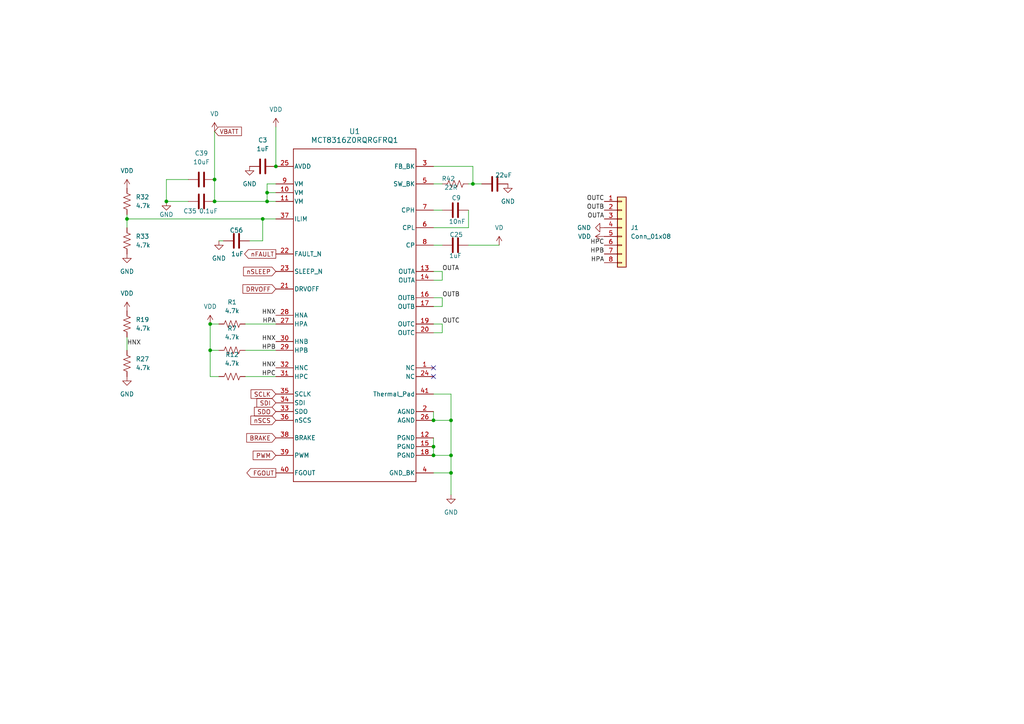
<source format=kicad_sch>
(kicad_sch (version 20231120) (generator "eeschema") (generator_version "8.0")
  (paper "A4")
  (lib_symbols
    (symbol "Connector_Generic:Conn_01x08" (pin_names (offset 1.016) hide)
      (property "Reference" "J" (at 0 10.16 0))
      (property "Value" "Conn_01x08" (at 0 -12.7 0))
      (symbol "Conn_01x08_1_1"
        (rectangle (start -1.27 -10.033) (end 0 -10.287) (stroke (width 0.1524)))
        (rectangle (start -1.27 -7.493) (end 0 -7.747) (stroke (width 0.1524)))
        (rectangle (start -1.27 -4.953) (end 0 -5.207) (stroke (width 0.1524)))
        (rectangle (start -1.27 -2.413) (end 0 -2.667) (stroke (width 0.1524)))
        (rectangle (start -1.27 0.127) (end 0 -0.127) (stroke (width 0.1524)))
        (rectangle (start -1.27 2.667) (end 0 2.413) (stroke (width 0.1524)))
        (rectangle (start -1.27 5.207) (end 0 4.953) (stroke (width 0.1524)))
        (rectangle (start -1.27 7.747) (end 0 7.493) (stroke (width 0.1524)))
        (rectangle (start -1.27 8.89) (end 1.27 -11.43) (stroke (width 0.254)) (fill (type background)))
        (pin passive line (at -5.08 7.62 0) (length 3.81) (name "Pin_1") (number "1"))
        (pin passive line (at -5.08 5.08 0) (length 3.81) (name "Pin_2") (number "2"))
        (pin passive line (at -5.08 2.54 0) (length 3.81) (name "Pin_3") (number "3"))
        (pin passive line (at -5.08 0 0) (length 3.81) (name "Pin_4") (number "4"))
        (pin passive line (at -5.08 -2.54 0) (length 3.81) (name "Pin_5") (number "5"))
        (pin passive line (at -5.08 -5.08 0) (length 3.81) (name "Pin_6") (number "6"))
        (pin passive line (at -5.08 -7.62 0) (length 3.81) (name "Pin_7") (number "7"))
        (pin passive line (at -5.08 -10.16 0) (length 3.81) (name "Pin_8") (number "8"))
      )
    )
    (symbol "Device:C" (pin_numbers hide) (pin_names (offset 0.254))
      (property "Reference" "C" (at 0.635 2.54 0))
      (property "Value" "C" (at 0.635 -2.54 0))
      (symbol "C_0_1"
        (polyline (pts (xy -2.032 -0.762) (xy 2.032 -0.762)) (stroke (width 0.508)))
        (polyline (pts (xy -2.032 0.762) (xy 2.032 0.762)) (stroke (width 0.508)))
      )
      (symbol "C_1_1"
        (pin passive line (at 0 3.81 270) (length 2.794) (name "~") (number "1"))
        (pin passive line (at 0 -3.81 90) (length 2.794) (name "~") (number "2"))
      )
    )
    (symbol "Device:R_US" (pin_numbers hide) (pin_names (offset 0))
      (property "Reference" "R" (at 2.54 0 90))
      (property "Value" "R_US" (at -2.54 0 90))
      (symbol "R_US_0_1"
        (polyline (pts (xy 0 -2.286) (xy 0 -2.54)))
        (polyline (pts (xy 0 2.286) (xy 0 2.54)))
        (polyline (pts (xy 0 -0.762) (xy 1.016 -1.143) (xy 0 -1.524) (xy -1.016 -1.905) (xy 0 -2.286)))
        (polyline (pts (xy 0 0.762) (xy 1.016 0.381) (xy 0 0) (xy -1.016 -0.381) (xy 0 -0.762)))
        (polyline (pts (xy 0 2.286) (xy 1.016 1.905) (xy 0 1.524) (xy -1.016 1.143) (xy 0 0.762)))
      )
      (symbol "R_US_1_1"
        (pin passive line (at 0 3.81 270) (length 1.27) (name "~") (number "1"))
        (pin passive line (at 0 -3.81 90) (length 1.27) (name "~") (number "2"))
      )
    )
    (symbol "adcs:MCT8316Z0RQRGFRQ1" (pin_names (offset 0.254))
      (property "Reference" "U" (at 0 2.54 0))
      (property "Value" "MCT8316Z0RQRGFRQ1" (at 0 0 0))
      (symbol "MCT8316Z0RQRGFRQ1_0_1"
        (polyline (pts (xy 5.08 -91.44) (xy 40.64 -91.44)) (stroke (width 0.2032)))
        (polyline (pts (xy 5.08 5.08) (xy 5.08 -91.44)) (stroke (width 0.2032)))
        (polyline (pts (xy 40.64 -91.44) (xy 40.64 5.08)) (stroke (width 0.2032)))
        (polyline (pts (xy 40.64 5.08) (xy 5.08 5.08)) (stroke (width 0.2032)))
        (pin unspecified line (at 45.72 -58.42 180) (length 5.08) (name "NC") (number "1"))
        (pin power_in line (at 0 -7.62 0) (length 5.08) (name "VM") (number "10"))
        (pin power_in line (at 0 -10.16 0) (length 5.08) (name "VM") (number "11"))
        (pin power_in line (at 45.72 -78.74 180) (length 5.08) (name "PGND") (number "12"))
        (pin output line (at 45.72 -30.48 180) (length 5.08) (name "OUTA") (number "13"))
        (pin output line (at 45.72 -33.02 180) (length 5.08) (name "OUTA") (number "14"))
        (pin power_in line (at 45.72 -81.28 180) (length 5.08) (name "PGND") (number "15"))
        (pin output line (at 45.72 -38.1 180) (length 5.08) (name "OUTB") (number "16"))
        (pin output line (at 45.72 -40.64 180) (length 5.08) (name "OUTB") (number "17"))
        (pin power_in line (at 45.72 -83.82 180) (length 5.08) (name "PGND") (number "18"))
        (pin output line (at 45.72 -45.72 180) (length 5.08) (name "OUTC") (number "19"))
        (pin power_in line (at 45.72 -71.12 180) (length 5.08) (name "AGND") (number "2"))
        (pin output line (at 45.72 -48.26 180) (length 5.08) (name "OUTC") (number "20"))
        (pin input line (at 0 -35.56 0) (length 5.08) (name "DRVOFF") (number "21"))
        (pin output line (at 0 -25.4 0) (length 5.08) (name "FAULT_N") (number "22"))
        (pin input line (at 0 -30.48 0) (length 5.08) (name "SLEEP_N") (number "23"))
        (pin power_in line (at 0 0 0) (length 5.08) (name "AVDD") (number "25"))
        (pin power_in line (at 45.72 -73.66 180) (length 5.08) (name "AGND") (number "26"))
        (pin input line (at 0 -45.72 0) (length 5.08) (name "HPA") (number "27"))
        (pin input line (at 0 -43.18 0) (length 5.08) (name "HNA") (number "28"))
        (pin input line (at 0 -53.34 0) (length 5.08) (name "HPB") (number "29"))
        (pin power_in line (at 45.72 0 180) (length 5.08) (name "FB_BK") (number "3"))
        (pin input line (at 0 -50.8 0) (length 5.08) (name "HNB") (number "30"))
        (pin input line (at 0 -60.96 0) (length 5.08) (name "HPC") (number "31"))
        (pin input line (at 0 -58.42 0) (length 5.08) (name "HNC") (number "32"))
        (pin input line (at 0 -15.24 0) (length 5.08) (name "ILIM") (number "37"))
        (pin unspecified line (at 0 -78.74 0) (length 5.08) (name "BRAKE") (number "38"))
        (pin unspecified line (at 0 -83.82 0) (length 5.08) (name "PWM") (number "39"))
        (pin power_in line (at 45.72 -88.9 180) (length 5.08) (name "GND_BK") (number "4"))
        (pin output line (at 0 -88.9 0) (length 5.08) (name "FGOUT") (number "40"))
        (pin power_in line (at 45.72 -66.04 180) (length 5.08) (name "Thermal_Pad") (number "41"))
        (pin power_in line (at 45.72 -5.08 180) (length 5.08) (name "SW_BK") (number "5"))
        (pin power_in line (at 45.72 -17.78 180) (length 5.08) (name "CPL") (number "6"))
        (pin power_in line (at 45.72 -12.7 180) (length 5.08) (name "CPH") (number "7"))
        (pin power_in line (at 45.72 -22.86 180) (length 5.08) (name "CP") (number "8"))
        (pin power_in line (at 0 -5.08 0) (length 5.08) (name "VM") (number "9"))
      )
      (symbol "MCT8316Z0RQRGFRQ1_1_1"
        (pin input line (at 45.72 -60.96 180) (length 5.08) (name "NC") (number "24"))
        (pin unspecified line (at 0 -71.12 0) (length 5.08) (name "SDO") (number "33"))
        (pin unspecified line (at 0 -68.58 0) (length 5.08) (name "SDI") (number "34"))
        (pin unspecified line (at 0 -66.04 0) (length 5.08) (name "SCLK") (number "35"))
        (pin unspecified line (at 0 -73.66 0) (length 5.08) (name "nSCS") (number "36"))
      )
    )
    (symbol "power:GND" (power) (pin_names (offset 0))
      (property "Value" "GND" (at 0 -3.81 0))
      (symbol "GND_0_1"
        (polyline (pts (xy 0 0) (xy 0 -1.27) (xy 1.27 -1.27) (xy 0 -2.54) (xy -1.27 -1.27) (xy 0 -1.27)))
      )
      (symbol "GND_1_1"
        (pin power_in line (at 0 0 270) (length 0) hide (name "GND") (number "1"))
      )
    )
    (symbol "power:VD" (power) (pin_names (offset 0))
      (property "Value" "VD" (at 0 3.81 0))
      (symbol "VD_0_1"
        (polyline (pts (xy -0.762 1.27) (xy 0 2.54)))
        (polyline (pts (xy 0 0) (xy 0 2.54)))
        (polyline (pts (xy 0 2.54) (xy 0.762 1.27)))
      )
      (symbol "VD_1_1"
        (pin power_in line (at 0 0 90) (length 0) hide (name "VD") (number "1"))
      )
    )
    (symbol "power:VDD" (power) (pin_names (offset 0))
      (property "Value" "VDD" (at 0 3.81 0))
      (symbol "VDD_0_1"
        (polyline (pts (xy -0.762 1.27) (xy 0 2.54)))
        (polyline (pts (xy 0 0) (xy 0 2.54)))
        (polyline (pts (xy 0 2.54) (xy 0.762 1.27)))
      )
      (symbol "VDD_1_1"
        (pin power_in line (at 0 0 90) (length 0) hide (name "VDD") (number "1"))
      )
    )
  )
  (junction (at 36.83 63.5))
  (junction (at 80.01 48.26))
  (junction (at 62.23 58.42))
  (junction (at 60.96 93.98))
  (junction (at 130.81 132.08))
  (junction (at 130.81 121.92))
  (junction (at 125.73 132.08))
  (junction (at 125.73 121.92))
  (junction (at 62.23 52.07))
  (junction (at 76.2 63.5))
  (junction (at 77.47 55.88))
  (junction (at 130.81 137.16))
  (junction (at 77.47 58.42))
  (junction (at 125.73 129.54))
  (junction (at 48.26 58.42))
  (junction (at 137.16 53.34))
  (junction (at 60.96 101.6))
  (no_connect (at 125.73 106.68))
  (no_connect (at 125.73 109.22))
  (wire (pts (xy 80.01 101.6) (xy 71.12 101.6)))
  (wire (pts (xy 137.16 48.26) (xy 137.16 53.34)))
  (wire (pts (xy 76.2 63.5) (xy 80.01 63.5)))
  (wire (pts (xy 137.16 48.26) (xy 125.73 48.26)))
  (wire (pts (xy 125.73 88.9) (xy 128.27 88.9)))
  (wire (pts (xy 125.73 71.12) (xy 128.27 71.12)))
  (wire (pts (xy 36.83 62.23) (xy 36.83 63.5)))
  (wire (pts (xy 36.83 63.5) (xy 76.2 63.5)))
  (wire (pts (xy 128.27 93.98) (xy 128.27 96.52)))
  (wire (pts (xy 60.96 109.22) (xy 63.5 109.22)))
  (wire (pts (xy 60.96 93.98) (xy 63.5 93.98)))
  (wire (pts (xy 36.83 97.79) (xy 36.83 101.6)))
  (wire (pts (xy 72.39 69.85) (xy 76.2 69.85)))
  (wire (pts (xy 48.26 52.07) (xy 48.26 58.42)))
  (wire (pts (xy 125.73 137.16) (xy 130.81 137.16)))
  (wire (pts (xy 139.7 53.34) (xy 137.16 53.34)))
  (wire (pts (xy 135.89 66.04) (xy 125.73 66.04)))
  (wire (pts (xy 125.73 81.28) (xy 128.27 81.28)))
  (wire (pts (xy 130.81 114.3) (xy 130.81 121.92)))
  (wire (pts (xy 60.96 101.6) (xy 60.96 109.22)))
  (wire (pts (xy 125.73 132.08) (xy 130.81 132.08)))
  (wire (pts (xy 125.73 60.96) (xy 128.27 60.96)))
  (wire (pts (xy 135.89 71.12) (xy 144.78 71.12)))
  (wire (pts (xy 80.01 36.83) (xy 80.01 48.26)))
  (wire (pts (xy 80.01 53.34) (xy 77.47 53.34)))
  (wire (pts (xy 135.89 60.96) (xy 135.89 66.04)))
  (wire (pts (xy 125.73 129.54) (xy 125.73 132.08)))
  (wire (pts (xy 54.61 52.07) (xy 48.26 52.07)))
  (wire (pts (xy 125.73 78.74) (xy 128.27 78.74)))
  (wire (pts (xy 130.81 121.92) (xy 130.81 132.08)))
  (wire (pts (xy 125.73 93.98) (xy 128.27 93.98)))
  (wire (pts (xy 80.01 58.42) (xy 77.47 58.42)))
  (wire (pts (xy 77.47 58.42) (xy 77.47 55.88)))
  (wire (pts (xy 77.47 58.42) (xy 62.23 58.42)))
  (wire (pts (xy 62.23 38.1) (xy 62.23 52.07)))
  (wire (pts (xy 48.26 58.42) (xy 54.61 58.42)))
  (wire (pts (xy 77.47 53.34) (xy 77.47 55.88)))
  (wire (pts (xy 62.23 52.07) (xy 62.23 58.42)))
  (wire (pts (xy 60.96 101.6) (xy 63.5 101.6)))
  (wire (pts (xy 125.73 127) (xy 125.73 129.54)))
  (wire (pts (xy 130.81 137.16) (xy 130.81 132.08)))
  (wire (pts (xy 125.73 114.3) (xy 130.81 114.3)))
  (wire (pts (xy 128.27 78.74) (xy 128.27 81.28)))
  (wire (pts (xy 80.01 109.22) (xy 71.12 109.22)))
  (wire (pts (xy 36.83 63.5) (xy 36.83 66.04)))
  (wire (pts (xy 137.16 53.34) (xy 135.89 53.34)))
  (wire (pts (xy 130.81 121.92) (xy 125.73 121.92)))
  (wire (pts (xy 128.27 53.34) (xy 125.73 53.34)))
  (wire (pts (xy 130.81 143.51) (xy 130.81 137.16)))
  (wire (pts (xy 125.73 96.52) (xy 128.27 96.52)))
  (wire (pts (xy 77.47 55.88) (xy 80.01 55.88)))
  (wire (pts (xy 128.27 86.36) (xy 128.27 88.9)))
  (wire (pts (xy 76.2 69.85) (xy 76.2 63.5)))
  (wire (pts (xy 64.77 69.85) (xy 63.5 69.85)))
  (wire (pts (xy 125.73 86.36) (xy 128.27 86.36)))
  (wire (pts (xy 125.73 119.38) (xy 125.73 121.92)))
  (wire (pts (xy 80.01 93.98) (xy 71.12 93.98)))
  (wire (pts (xy 60.96 93.98) (xy 60.96 101.6)))
  (label "HNX" (at 36.83 100.33 0))
  (label "HNX" (at 80.01 106.68 180))
  (label "OUTA" (at 128.27 78.74 0))
  (label "OUTC" (at 128.27 93.98 0))
  (label "HNX" (at 80.01 91.44 180))
  (label "HPC" (at 175.26 71.12 180))
  (label "OUTA" (at 175.26 63.5 180))
  (label "OUTC" (at 175.26 58.42 180))
  (label "OUTB" (at 128.27 86.36 0))
  (label "HPC" (at 80.01 109.22 180))
  (label "HPB" (at 175.26 73.66 180))
  (label "HPA" (at 80.01 93.98 180))
  (label "OUTB" (at 175.26 60.96 180))
  (label "HPA" (at 175.26 76.2 180))
  (label "HNX" (at 80.01 99.06 180))
  (label "HPB" (at 80.01 101.6 180))
  (global_label "FGOUT" (shape output) (at 80.01 137.16 180) (property "Intersheetrefs" "${INTERSHEET_REFS}" (effects (hide yes))))
  (global_label "nFAULT" (shape output) (at 80.01 73.66 180) (property "Intersheetrefs" "${INTERSHEET_REFS}" (effects (hide yes))))
  (global_label "PWM" (shape input) (at 80.01 132.08 180) (property "Intersheetrefs" "${INTERSHEET_REFS}" (effects (hide yes))))
  (global_label "SDI" (shape input) (at 80.01 116.84 180) (property "Intersheetrefs" "${INTERSHEET_REFS}" (effects (hide yes))))
  (global_label "nSLEEP" (shape input) (at 80.01 78.74 180) (property "Intersheetrefs" "${INTERSHEET_REFS}" (effects (hide yes))))
  (global_label "SDO" (shape input) (at 80.01 119.38 180) (property "Intersheetrefs" "${INTERSHEET_REFS}" (effects (hide yes))))
  (global_label "VBATT" (shape input) (at 62.23 38.1 0) (property "Intersheetrefs" "${INTERSHEET_REFS}" (effects (hide yes))))
  (global_label "nSCS" (shape input) (at 80.01 121.92 180) (property "Intersheetrefs" "${INTERSHEET_REFS}" (effects (hide yes))))
  (global_label "SCLK" (shape input) (at 80.01 114.3 180) (property "Intersheetrefs" "${INTERSHEET_REFS}" (effects (hide yes))))
  (global_label "BRAKE" (shape input) (at 80.01 127 180) (property "Intersheetrefs" "${INTERSHEET_REFS}" (effects (hide yes))))
  (global_label "DRVOFF" (shape input) (at 80.01 83.82 180) (property "Intersheetrefs" "${INTERSHEET_REFS}" (effects (hide yes))))
  (symbol (lib_id "power:GND") (at 130.81 143.51 0) (unit 1)
    (property "Reference" "#PWR024" (effects (hide yes)))
    (property "Value" "GND" (at 130.81 148.59 0))
    (property "Description" "Power symbol creates a global label with name \"GND\" , ground" (effects (hide yes)))
    (instances (project "" (path "" (reference "#PWR024") (unit 1)) (path "" (reference "#PWR025") (unit 1)) (path "" (reference "#PWR027") (unit 1)) (path "" (reference "#PWR028") (unit 1))))
  )
  (symbol (lib_id "Device:R_US") (at 67.31 109.22 270) (unit 1)
    (property "Reference" "R12" (at 67.31 102.87 90))
    (property "Value" "4.7k" (at 67.31 105.41 90))
    (property "Description" "Resistor, US symbol" (effects (hide yes)))
    (instances (project "mainboard" (path "" (reference "R12") (unit 1)) (path "" (reference "R16") (unit 1)) (path "" (reference "R17") (unit 1)) (path "" (reference "R18") (unit 1))))
  )
  (symbol (lib_id "Device:C") (at 76.2 48.26 270) (unit 1)
    (property "Reference" "C3" (at 76.2 40.64 90))
    (property "Value" "1uF" (at 76.2 43.18 90))
    (property "Description" "Unpolarized capacitor" (effects (hide yes)))
    (instances (project "" (path "" (reference "C3") (unit 1)) (path "" (reference "C4") (unit 1)) (path "" (reference "C6") (unit 1)) (path "" (reference "C8") (unit 1))))
  )
  (symbol (lib_id "Device:R_US") (at 36.83 69.85 0) (unit 1)
    (property "Reference" "R33" (at 39.37 68.5799 0) (effects (justify left)))
    (property "Value" "4.7k" (at 39.37 71.1199 0) (effects (justify left)))
    (property "Description" "Resistor, US symbol" (effects (hide yes)))
    (instances (project "mainboard" (path "" (reference "R33") (unit 1)) (path "" (reference "R35") (unit 1)) (path "" (reference "R37") (unit 1)) (path "" (reference "R41") (unit 1))))
  )
  (symbol (lib_id "Device:R_US") (at 36.83 105.41 0) (unit 1)
    (property "Reference" "R27" (at 39.37 104.1399 0) (effects (justify left)))
    (property "Value" "4.7k" (at 39.37 106.6799 0) (effects (justify left)))
    (property "Description" "Resistor, US symbol" (effects (hide yes)))
    (instances (project "mainboard" (path "" (reference "R27") (unit 1)) (path "" (reference "R28") (unit 1)) (path "" (reference "R30") (unit 1)) (path "" (reference "R31") (unit 1))))
  )
  (symbol (lib_id "Device:R_US") (at 36.83 93.98 0) (unit 1)
    (property "Reference" "R19" (at 39.37 92.7099 0) (effects (justify left)))
    (property "Value" "4.7k" (at 39.37 95.2499 0) (effects (justify left)))
    (property "Description" "Resistor, US symbol" (effects (hide yes)))
    (instances (project "mainboard" (path "" (reference "R19") (unit 1)) (path "" (reference "R22") (unit 1)) (path "" (reference "R24") (unit 1)) (path "" (reference "R25") (unit 1))))
  )
  (symbol (lib_id "power:VD") (at 62.23 38.1 0) (unit 1)
    (property "Reference" "#PWR049" (effects (hide yes)))
    (property "Value" "VD" (at 62.23 33.02 0))
    (property "Description" "Power symbol creates a global label with name \"VD\"" (effects (hide yes)))
    (instances (project "" (path "" (reference "#PWR049") (unit 1)) (path "" (reference "#PWR050") (unit 1)) (path "" (reference "#PWR051") (unit 1)) (path "" (reference "#PWR052") (unit 1))))
  )
  (symbol (lib_id "power:GND") (at 36.83 73.66 0) (unit 1)
    (property "Reference" "#PWR087" (effects (hide yes)))
    (property "Value" "GND" (at 36.83 78.74 0))
    (property "Description" "Power symbol creates a global label with name \"GND\" , ground" (effects (hide yes)))
    (instances (project "mainboard" (path "" (reference "#PWR087") (unit 1)) (path "" (reference "#PWR089") (unit 1)) (path "" (reference "#PWR091") (unit 1)) (path "" (reference "#PWR093") (unit 1))))
  )
  (symbol (lib_id "Device:R_US") (at 67.31 101.6 270) (unit 1)
    (property "Reference" "R7" (at 67.31 95.25 90))
    (property "Value" "4.7k" (at 67.31 97.79 90))
    (property "Description" "Resistor, US symbol" (effects (hide yes)))
    (instances (project "mainboard" (path "" (reference "R7") (unit 1)) (path "" (reference "R9") (unit 1)) (path "" (reference "R10") (unit 1)) (path "" (reference "R11") (unit 1))))
  )
  (symbol (lib_id "power:GND") (at 72.39 48.26 0) (unit 1)
    (property "Reference" "#PWR020" (effects (hide yes)))
    (property "Value" "GND" (at 72.39 53.34 0))
    (property "Description" "Power symbol creates a global label with name \"GND\" , ground" (effects (hide yes)))
    (instances (project "" (path "" (reference "#PWR020") (unit 1)) (path "" (reference "#PWR021") (unit 1)) (path "" (reference "#PWR022") (unit 1)) (path "" (reference "#PWR023") (unit 1))))
  )
  (symbol (lib_id "power:GND") (at 147.32 53.34 0) (unit 1)
    (property "Reference" "#PWR094" (effects (hide yes)))
    (property "Value" "GND" (at 147.32 58.42 0))
    (property "Description" "Power symbol creates a global label with name \"GND\" , ground" (effects (hide yes)))
    (instances (project "" (path "" (reference "#PWR094") (unit 1)) (path "" (reference "#PWR095") (unit 1)) (path "" (reference "#PWR096") (unit 1)) (path "" (reference "#PWR097") (unit 1))))
  )
  (symbol (lib_id "Device:C") (at 58.42 52.07 90) (unit 1)
    (property "Reference" "C39" (at 58.42 44.45 90))
    (property "Value" "10uF" (at 58.42 46.99 90))
    (property "Description" "Unpolarized capacitor" (effects (hide yes)))
    (instances (project "mainboard" (path "" (reference "C39") (unit 1)) (path "" (reference "C43") (unit 1)) (path "" (reference "C44") (unit 1)) (path "" (reference "C55") (unit 1))))
  )
  (symbol (lib_id "Device:R_US") (at 67.31 93.98 270) (unit 1)
    (property "Reference" "R1" (at 67.31 87.63 90))
    (property "Value" "4.7k" (at 67.31 90.17 90))
    (property "Description" "Resistor, US symbol" (effects (hide yes)))
    (instances (project "" (path "" (reference "R1") (unit 1)) (path "" (reference "R2") (unit 1)) (path "" (reference "R5") (unit 1)) (path "" (reference "R6") (unit 1))))
  )
  (symbol (lib_id "Device:C") (at 132.08 60.96 90) (unit 1)
    (property "Reference" "C9" (at 132.334 57.404 90))
    (property "Value" "10nF" (at 132.588 64.262 90))
    (property "Description" "Unpolarized capacitor" (effects (hide yes)))
    (instances (project "" (path "" (reference "C9") (unit 1)) (path "" (reference "C22") (unit 1)) (path "" (reference "C23") (unit 1)) (path "" (reference "C24") (unit 1))))
  )
  (symbol (lib_id "power:VDD") (at 175.26 68.58 90) (unit 1)
    (property "Reference" "#PWR029" (effects (hide yes)))
    (property "Value" "VDD" (at 171.45 68.5799 90) (effects (justify left)))
    (property "Description" "Power symbol creates a global label with name \"VDD\"" (effects (hide yes)))
    (instances (project "" (path "" (reference "#PWR029") (unit 1)) (path "" (reference "#PWR030") (unit 1)) (path "" (reference "#PWR031") (unit 1)) (path "" (reference "#PWR032") (unit 1))))
  )
  (symbol (lib_id "Device:R_US") (at 36.83 58.42 0) (unit 1)
    (property "Reference" "R32" (at 39.37 57.1499 0) (effects (justify left)))
    (property "Value" "4.7k" (at 39.37 59.6899 0) (effects (justify left)))
    (property "Description" "Resistor, US symbol" (effects (hide yes)))
    (instances (project "mainboard" (path "" (reference "R32") (unit 1)) (path "" (reference "R34") (unit 1)) (path "" (reference "R36") (unit 1)) (path "" (reference "R38") (unit 1))))
  )
  (symbol (lib_id "power:VDD") (at 60.96 93.98 0) (unit 1)
    (property "Reference" "#PWR033" (effects (hide yes)))
    (property "Value" "VDD" (at 60.96 88.9 0))
    (property "Description" "Power symbol creates a global label with name \"VDD\"" (effects (hide yes)))
    (instances (project "" (path "" (reference "#PWR033") (unit 1)) (path "" (reference "#PWR034") (unit 1)) (path "" (reference "#PWR035") (unit 1)) (path "" (reference "#PWR036") (unit 1))))
  )
  (symbol (lib_id "adcs:MCT8316Z0RQRGFRQ1") (at 80.01 48.26 0) (unit 1)
    (property "Reference" "U1" (at 102.87 38.1 0) (effects (font (size 1.524 1.524))))
    (property "Value" "MCT8316Z0RQRGFRQ1" (at 102.87 40.64 0) (effects (font (size 1.524 1.524))))
    (property "Footprint" "RGF0040E-IPC_A" (effects (hide yes)))
    (property "Datasheet" "MCT8316Z0RQRGFRQ1" (effects (hide yes)))
    (instances (project "" (path "" (reference "U1") (unit 1)) (path "" (reference "U6") (unit 1)) (path "" (reference "U8") (unit 1)) (path "" (reference "U9") (unit 1))))
  )
  (symbol (lib_id "power:VDD") (at 36.83 90.17 0) (unit 1)
    (property "Reference" "#PWR041" (effects (hide yes)))
    (property "Value" "VDD" (at 36.83 85.09 0))
    (property "Description" "Power symbol creates a global label with name \"VDD\"" (effects (hide yes)))
    (instances (project "" (path "" (reference "#PWR041") (unit 1)) (path "" (reference "#PWR042") (unit 1)) (path "" (reference "#PWR043") (unit 1)) (path "" (reference "#PWR044") (unit 1))))
  )
  (symbol (lib_id "Device:C") (at 68.58 69.85 270) (unit 1)
    (property "Reference" "C56" (at 68.58 66.802 90))
    (property "Value" "1uF" (at 68.834 73.66 90))
    (property "Description" "Unpolarized capacitor" (effects (hide yes)))
    (instances (project "mainboard" (path "" (reference "C56") (unit 1)) (path "" (reference "C57") (unit 1)) (path "" (reference "C58") (unit 1)) (path "" (reference "C59") (unit 1))))
  )
  (symbol (lib_id "Connector_Generic:Conn_01x08") (at 180.34 66.04 0) (unit 1)
    (property "Reference" "J1" (at 182.88 66.0399 0) (effects (justify left)))
    (property "Value" "Conn_01x08" (at 182.88 68.5799 0) (effects (justify left)))
    (property "Footprint" "ssi_connector:Molex_35362-0850" (effects (hide yes)))
    (property "Description" "Generic connector, single row, 01x08, script generated (kicad-library-utils/schlib/autogen/connector/)" (effects (hide yes)))
    (instances (project "" (path "" (reference "J1") (unit 1)) (path "" (reference "J3") (unit 1)) (path "" (reference "J4") (unit 1)) (path "" (reference "J6") (unit 1))))
  )
  (symbol (lib_id "power:VDD") (at 36.83 54.61 0) (unit 1)
    (property "Reference" "#PWR086" (effects (hide yes)))
    (property "Value" "VDD" (at 36.83 49.53 0))
    (property "Description" "Power symbol creates a global label with name \"VDD\"" (effects (hide yes)))
    (instances (project "mainboard" (path "" (reference "#PWR086") (unit 1)) (path "" (reference "#PWR088") (unit 1)) (path "" (reference "#PWR090") (unit 1)) (path "" (reference "#PWR092") (unit 1))))
  )
  (symbol (lib_id "Device:R_US") (at 132.08 53.34 90) (unit 1)
    (property "Reference" "R42" (at 130.048 51.816 90))
    (property "Value" "22R" (at 130.81 54.356 90))
    (property "Description" "Resistor, US symbol" (effects (hide yes)))
    (instances (project "" (path "" (reference "R42") (unit 1)) (path "" (reference "R43") (unit 1)) (path "" (reference "R44") (unit 1)) (path "" (reference "R45") (unit 1))))
  )
  (symbol (lib_id "Device:C") (at 132.08 71.12 90) (unit 1)
    (property "Reference" "C25" (at 132.334 68.072 90))
    (property "Value" "1uF" (at 132.08 74.168 90))
    (property "Description" "Unpolarized capacitor" (effects (hide yes)))
    (instances (project "mainboard" (path "" (reference "C25") (unit 1)) (path "" (reference "C31") (unit 1)) (path "" (reference "C33") (unit 1)) (path "" (reference "C34") (unit 1))))
  )
  (symbol (lib_id "power:GND") (at 36.83 109.22 0) (unit 1)
    (property "Reference" "#PWR045" (effects (hide yes)))
    (property "Value" "GND" (at 36.83 114.3 0))
    (property "Description" "Power symbol creates a global label with name \"GND\" , ground" (effects (hide yes)))
    (instances (project "" (path "" (reference "#PWR045") (unit 1)) (path "" (reference "#PWR046") (unit 1)) (path "" (reference "#PWR047") (unit 1)) (path "" (reference "#PWR048") (unit 1))))
  )
  (symbol (lib_id "power:GND") (at 63.5 69.85 0) (unit 1)
    (property "Reference" "#PWR082" (effects (hide yes)))
    (property "Value" "GND" (at 63.5 74.93 0))
    (property "Description" "Power symbol creates a global label with name \"GND\" , ground" (effects (hide yes)))
    (instances (project "mainboard" (path "" (reference "#PWR082") (unit 1)) (path "" (reference "#PWR083") (unit 1)) (path "" (reference "#PWR084") (unit 1)) (path "" (reference "#PWR085") (unit 1))))
  )
  (symbol (lib_id "power:VD") (at 144.78 71.12 0) (unit 1)
    (property "Reference" "#PWR053" (effects (hide yes)))
    (property "Value" "VD" (at 144.78 66.04 0))
    (property "Description" "Power symbol creates a global label with name \"VD\"" (effects (hide yes)))
    (instances (project "" (path "" (reference "#PWR053") (unit 1)) (path "" (reference "#PWR054") (unit 1)) (path "" (reference "#PWR055") (unit 1)) (path "" (reference "#PWR058") (unit 1))))
  )
  (symbol (lib_id "power:GND") (at 175.26 66.04 270) (unit 1)
    (property "Reference" "#PWR012" (effects (hide yes)))
    (property "Value" "GND" (at 171.45 66.0399 90) (effects (justify right)))
    (property "Description" "Power symbol creates a global label with name \"GND\" , ground" (effects (hide yes)))
    (instances (project "" (path "" (reference "#PWR012") (unit 1)) (path "" (reference "#PWR013") (unit 1)) (path "" (reference "#PWR014") (unit 1)) (path "" (reference "#PWR015") (unit 1))))
  )
  (symbol (lib_id "power:VDD") (at 80.01 36.83 0) (unit 1)
    (property "Reference" "#PWR02" (effects (hide yes)))
    (property "Value" "VDD" (at 80.01 31.75 0))
    (property "Description" "Power symbol creates a global label with name \"VDD\"" (effects (hide yes)))
    (instances (project "" (path "" (reference "#PWR02") (unit 1)) (path "" (reference "#PWR04") (unit 1)) (path "" (reference "#PWR07") (unit 1)) (path "" (reference "#PWR08") (unit 1))))
  )
  (symbol (lib_id "power:GND") (at 48.26 58.42 0) (unit 1)
    (property "Reference" "#PWR059" (effects (hide yes)))
    (property "Value" "GND" (at 48.26 62.23 0))
    (property "Description" "Power symbol creates a global label with name \"GND\" , ground" (effects (hide yes)))
    (instances (project "" (path "" (reference "#PWR059") (unit 1)) (path "" (reference "#PWR079") (unit 1)) (path "" (reference "#PWR080") (unit 1)) (path "" (reference "#PWR081") (unit 1))))
  )
  (symbol (lib_id "Device:C") (at 143.51 53.34 90) (unit 1)
    (property "Reference" "C60" (effects (hide yes)))
    (property "Value" "22uF" (at 146.05 50.8 90))
    (property "Description" "Unpolarized capacitor" (effects (hide yes)))
    (instances (project "" (path "" (reference "C60") (unit 1)) (path "" (reference "C61") (unit 1)) (path "" (reference "C62") (unit 1)) (path "" (reference "C63") (unit 1))))
  )
  (symbol (lib_id "Device:C") (at 58.42 58.42 90) (unit 1)
    (property "Reference" "C35" (at 55.118 61.214 90))
    (property "Value" "0.1uF" (at 60.452 61.214 90))
    (property "Description" "Unpolarized capacitor" (effects (hide yes)))
    (instances (project "mainboard" (path "" (reference "C35") (unit 1)) (path "" (reference "C36") (unit 1)) (path "" (reference "C37") (unit 1)) (path "" (reference "C38") (unit 1))))
  )
)
</source>
